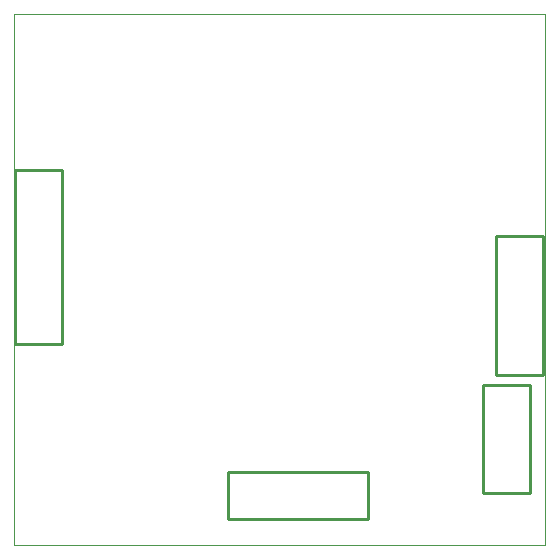
<source format=gm1>
G04*
G04 #@! TF.GenerationSoftware,Altium Limited,Altium Designer,22.8.2 (66)*
G04*
G04 Layer_Color=16711935*
%FSLAX44Y44*%
%MOMM*%
G71*
G04*
G04 #@! TF.SameCoordinates,050CC896-B192-49FC-821C-D45D8B1C7AEE*
G04*
G04*
G04 #@! TF.FilePolarity,Positive*
G04*
G01*
G75*
%ADD11C,0.2540*%
%ADD13C,0.1000*%
D11*
X897000Y494200D02*
X937000D01*
X897000Y585200D02*
X937000D01*
X897000Y494200D02*
Y585200D01*
X937000Y494200D02*
Y585200D01*
X908000Y593600D02*
X948000D01*
X908000Y712000D02*
X948000D01*
X908000Y593600D02*
Y712000D01*
X948000Y593600D02*
Y712000D01*
X501000Y767400D02*
X541000D01*
X501000Y620400D02*
X541000D01*
Y767400D01*
X501000Y620400D02*
Y767400D01*
X681200Y472000D02*
Y512000D01*
X799600Y472000D02*
Y512000D01*
X681200D02*
X799600D01*
X681200Y472000D02*
X799600D01*
D13*
X500000Y450000D02*
X950000D01*
Y900000D01*
X500000D02*
X950000D01*
X500000Y450000D02*
Y900000D01*
M02*

</source>
